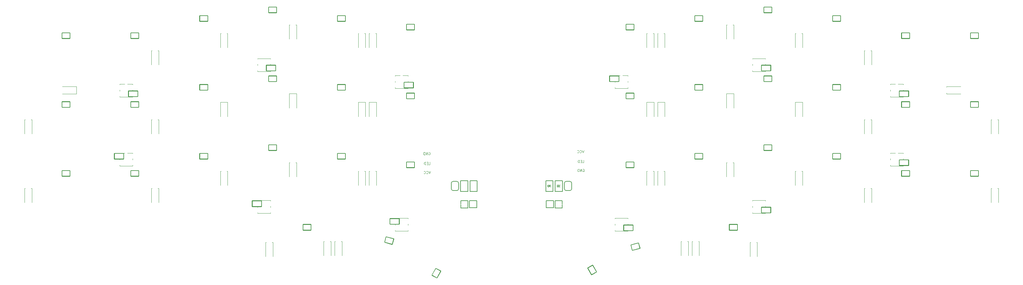
<source format=gbr>
G04 #@! TF.GenerationSoftware,KiCad,Pcbnew,(5.1.5)-3*
G04 #@! TF.CreationDate,2020-07-27T19:09:03+07:00*
G04 #@! TF.ProjectId,corne-classic,636f726e-652d-4636-9c61-737369632e6b,1.1*
G04 #@! TF.SameCoordinates,Original*
G04 #@! TF.FileFunction,Legend,Bot*
G04 #@! TF.FilePolarity,Positive*
%FSLAX46Y46*%
G04 Gerber Fmt 4.6, Leading zero omitted, Abs format (unit mm)*
G04 Created by KiCad (PCBNEW (5.1.5)-3) date 2020-07-27 19:09:03*
%MOMM*%
%LPD*%
G04 APERTURE LIST*
%ADD10C,0.125000*%
%ADD11C,0.300000*%
%ADD12C,0.120000*%
%ADD13C,0.150000*%
%ADD14C,0.200000*%
%ADD15C,2.152600*%
%ADD16C,4.387800*%
%ADD17C,1.600000*%
%ADD18C,2.100000*%
%ADD19C,2.400000*%
%ADD20C,2.150000*%
%ADD21C,2.650000*%
%ADD22C,2.650000*%
%ADD23O,1.450000X60.400000*%
%ADD24O,2.100000X2.100000*%
%ADD25R,1.924000X1.924000*%
%ADD26C,0.100000*%
%ADD27R,2.000000X1.400000*%
%ADD28R,2.400000X1.400000*%
%ADD29R,1.600000X1.300000*%
%ADD30R,1.300000X1.600000*%
%ADD31C,1.797000*%
%ADD32O,1.400000X6.550000*%
%ADD33O,1.400000X6.566000*%
%ADD34O,1.400000X17.400000*%
%ADD35R,2.400000X2.400000*%
%ADD36C,5.400000*%
%ADD37R,1.543000X1.035000*%
%ADD38C,1.000000*%
%ADD39O,2.100000X1.300000*%
%ADD40O,2.400000X1.300000*%
%ADD41C,4.200000*%
G04 APERTURE END LIST*
D10*
X169302733Y-58847666D02*
X169069400Y-59547666D01*
X168836066Y-58847666D01*
X168202733Y-59481000D02*
X168236066Y-59514333D01*
X168336066Y-59547666D01*
X168402733Y-59547666D01*
X168502733Y-59514333D01*
X168569400Y-59447666D01*
X168602733Y-59381000D01*
X168636066Y-59247666D01*
X168636066Y-59147666D01*
X168602733Y-59014333D01*
X168569400Y-58947666D01*
X168502733Y-58881000D01*
X168402733Y-58847666D01*
X168336066Y-58847666D01*
X168236066Y-58881000D01*
X168202733Y-58914333D01*
X167502733Y-59481000D02*
X167536066Y-59514333D01*
X167636066Y-59547666D01*
X167702733Y-59547666D01*
X167802733Y-59514333D01*
X167869400Y-59447666D01*
X167902733Y-59381000D01*
X167936066Y-59247666D01*
X167936066Y-59147666D01*
X167902733Y-59014333D01*
X167869400Y-58947666D01*
X167802733Y-58881000D01*
X167702733Y-58847666D01*
X167636066Y-58847666D01*
X167536066Y-58881000D01*
X167502733Y-58914333D01*
X169002733Y-64081000D02*
X169069400Y-64047666D01*
X169169400Y-64047666D01*
X169269400Y-64081000D01*
X169336066Y-64147666D01*
X169369400Y-64214333D01*
X169402733Y-64347666D01*
X169402733Y-64447666D01*
X169369400Y-64581000D01*
X169336066Y-64647666D01*
X169269400Y-64714333D01*
X169169400Y-64747666D01*
X169102733Y-64747666D01*
X169002733Y-64714333D01*
X168969400Y-64681000D01*
X168969400Y-64447666D01*
X169102733Y-64447666D01*
X168669400Y-64747666D02*
X168669400Y-64047666D01*
X168269400Y-64747666D01*
X168269400Y-64047666D01*
X167936066Y-64747666D02*
X167936066Y-64047666D01*
X167769400Y-64047666D01*
X167669400Y-64081000D01*
X167602733Y-64147666D01*
X167569400Y-64214333D01*
X167536066Y-64347666D01*
X167536066Y-64447666D01*
X167569400Y-64581000D01*
X167602733Y-64647666D01*
X167669400Y-64714333D01*
X167769400Y-64747666D01*
X167936066Y-64747666D01*
X168919400Y-62247666D02*
X169252733Y-62247666D01*
X169252733Y-61547666D01*
X168686066Y-61881000D02*
X168452733Y-61881000D01*
X168352733Y-62247666D02*
X168686066Y-62247666D01*
X168686066Y-61547666D01*
X168352733Y-61547666D01*
X168052733Y-62247666D02*
X168052733Y-61547666D01*
X167886066Y-61547666D01*
X167786066Y-61581000D01*
X167719400Y-61647666D01*
X167686066Y-61714333D01*
X167652733Y-61847666D01*
X167652733Y-61947666D01*
X167686066Y-62081000D01*
X167719400Y-62147666D01*
X167786066Y-62214333D01*
X167886066Y-62247666D01*
X168052733Y-62247666D01*
X126501400Y-62806466D02*
X126834733Y-62806466D01*
X126834733Y-62106466D01*
X126268066Y-62439800D02*
X126034733Y-62439800D01*
X125934733Y-62806466D02*
X126268066Y-62806466D01*
X126268066Y-62106466D01*
X125934733Y-62106466D01*
X125634733Y-62806466D02*
X125634733Y-62106466D01*
X125468066Y-62106466D01*
X125368066Y-62139800D01*
X125301400Y-62206466D01*
X125268066Y-62273133D01*
X125234733Y-62406466D01*
X125234733Y-62506466D01*
X125268066Y-62639800D01*
X125301400Y-62706466D01*
X125368066Y-62773133D01*
X125468066Y-62806466D01*
X125634733Y-62806466D01*
X126984733Y-64606466D02*
X126751400Y-65306466D01*
X126518066Y-64606466D01*
X125884733Y-65239800D02*
X125918066Y-65273133D01*
X126018066Y-65306466D01*
X126084733Y-65306466D01*
X126184733Y-65273133D01*
X126251400Y-65206466D01*
X126284733Y-65139800D01*
X126318066Y-65006466D01*
X126318066Y-64906466D01*
X126284733Y-64773133D01*
X126251400Y-64706466D01*
X126184733Y-64639800D01*
X126084733Y-64606466D01*
X126018066Y-64606466D01*
X125918066Y-64639800D01*
X125884733Y-64673133D01*
X125184733Y-65239800D02*
X125218066Y-65273133D01*
X125318066Y-65306466D01*
X125384733Y-65306466D01*
X125484733Y-65273133D01*
X125551400Y-65206466D01*
X125584733Y-65139800D01*
X125618066Y-65006466D01*
X125618066Y-64906466D01*
X125584733Y-64773133D01*
X125551400Y-64706466D01*
X125484733Y-64639800D01*
X125384733Y-64606466D01*
X125318066Y-64606466D01*
X125218066Y-64639800D01*
X125184733Y-64673133D01*
X126484733Y-59439800D02*
X126551400Y-59406466D01*
X126651400Y-59406466D01*
X126751400Y-59439800D01*
X126818066Y-59506466D01*
X126851400Y-59573133D01*
X126884733Y-59706466D01*
X126884733Y-59806466D01*
X126851400Y-59939800D01*
X126818066Y-60006466D01*
X126751400Y-60073133D01*
X126651400Y-60106466D01*
X126584733Y-60106466D01*
X126484733Y-60073133D01*
X126451400Y-60039800D01*
X126451400Y-59806466D01*
X126584733Y-59806466D01*
X126151400Y-60106466D02*
X126151400Y-59406466D01*
X125751400Y-60106466D01*
X125751400Y-59406466D01*
X125418066Y-60106466D02*
X125418066Y-59406466D01*
X125251400Y-59406466D01*
X125151400Y-59439800D01*
X125084733Y-59506466D01*
X125051400Y-59573133D01*
X125018066Y-59706466D01*
X125018066Y-59806466D01*
X125051400Y-59939800D01*
X125084733Y-60006466D01*
X125151400Y-60073133D01*
X125251400Y-60106466D01*
X125418066Y-60106466D01*
D11*
X172702641Y-92410267D02*
X171446904Y-93135267D01*
X171446904Y-93135267D02*
X170421904Y-91359915D01*
X170421904Y-91359915D02*
X171677641Y-90634915D01*
X171677641Y-90634915D02*
X172702641Y-92410267D01*
X182702985Y-86423031D02*
X182327697Y-85022438D01*
X182327697Y-85022438D02*
X184307845Y-84491859D01*
X184307845Y-84491859D02*
X184683133Y-85892452D01*
X184683133Y-85892452D02*
X182702985Y-86423031D01*
X211532000Y-79389800D02*
X211532000Y-80839800D01*
X211532000Y-80839800D02*
X209482000Y-80839800D01*
X209482000Y-80839800D02*
X209482000Y-79389800D01*
X209482000Y-79389800D02*
X211532000Y-79389800D01*
X183032000Y-62139800D02*
X183032000Y-63589800D01*
X183032000Y-63589800D02*
X180982000Y-63589800D01*
X180982000Y-63589800D02*
X180982000Y-62139800D01*
X180982000Y-62139800D02*
X183032000Y-62139800D01*
X202032000Y-59764800D02*
X202032000Y-61214800D01*
X202032000Y-61214800D02*
X199982000Y-61214800D01*
X199982000Y-61214800D02*
X199982000Y-59764800D01*
X199982000Y-59764800D02*
X202032000Y-59764800D01*
X221032000Y-57389800D02*
X221032000Y-58839800D01*
X221032000Y-58839800D02*
X218982000Y-58839800D01*
X218982000Y-58839800D02*
X218982000Y-57389800D01*
X218982000Y-57389800D02*
X221032000Y-57389800D01*
X240032000Y-59764800D02*
X240032000Y-61214800D01*
X240032000Y-61214800D02*
X237982000Y-61214800D01*
X237982000Y-61214800D02*
X237982000Y-59764800D01*
X237982000Y-59764800D02*
X240032000Y-59764800D01*
X259032000Y-64514800D02*
X259032000Y-65964800D01*
X259032000Y-65964800D02*
X256982000Y-65964800D01*
X256982000Y-65964800D02*
X256982000Y-64514800D01*
X256982000Y-64514800D02*
X259032000Y-64514800D01*
X278032000Y-64514800D02*
X278032000Y-65964800D01*
X278032000Y-65964800D02*
X275982000Y-65964800D01*
X275982000Y-65964800D02*
X275982000Y-64514800D01*
X275982000Y-64514800D02*
X278032000Y-64514800D01*
X183032000Y-43139800D02*
X183032000Y-44589800D01*
X183032000Y-44589800D02*
X180982000Y-44589800D01*
X180982000Y-44589800D02*
X180982000Y-43139800D01*
X180982000Y-43139800D02*
X183032000Y-43139800D01*
X202032000Y-40764800D02*
X202032000Y-42214800D01*
X202032000Y-42214800D02*
X199982000Y-42214800D01*
X199982000Y-42214800D02*
X199982000Y-40764800D01*
X199982000Y-40764800D02*
X202032000Y-40764800D01*
X221032000Y-38389800D02*
X221032000Y-39839800D01*
X221032000Y-39839800D02*
X218982000Y-39839800D01*
X218982000Y-39839800D02*
X218982000Y-38389800D01*
X218982000Y-38389800D02*
X221032000Y-38389800D01*
X240032000Y-40764800D02*
X240032000Y-42214800D01*
X240032000Y-42214800D02*
X237982000Y-42214800D01*
X237982000Y-42214800D02*
X237982000Y-40764800D01*
X237982000Y-40764800D02*
X240032000Y-40764800D01*
X259032000Y-45514800D02*
X259032000Y-46964800D01*
X259032000Y-46964800D02*
X256982000Y-46964800D01*
X256982000Y-46964800D02*
X256982000Y-45514800D01*
X256982000Y-45514800D02*
X259032000Y-45514800D01*
X278032000Y-45514800D02*
X278032000Y-46964800D01*
X278032000Y-46964800D02*
X275982000Y-46964800D01*
X275982000Y-46964800D02*
X275982000Y-45514800D01*
X275982000Y-45514800D02*
X278032000Y-45514800D01*
X183032000Y-24139800D02*
X183032000Y-25589800D01*
X183032000Y-25589800D02*
X180982000Y-25589800D01*
X180982000Y-25589800D02*
X180982000Y-24139800D01*
X180982000Y-24139800D02*
X183032000Y-24139800D01*
X202032000Y-21764800D02*
X202032000Y-23214800D01*
X202032000Y-23214800D02*
X199982000Y-23214800D01*
X199982000Y-23214800D02*
X199982000Y-21764800D01*
X199982000Y-21764800D02*
X202032000Y-21764800D01*
X221032000Y-19389800D02*
X221032000Y-20839800D01*
X221032000Y-20839800D02*
X218982000Y-20839800D01*
X218982000Y-20839800D02*
X218982000Y-19389800D01*
X218982000Y-19389800D02*
X221032000Y-19389800D01*
X240032000Y-21764800D02*
X240032000Y-23214800D01*
X240032000Y-23214800D02*
X237982000Y-23214800D01*
X237982000Y-23214800D02*
X237982000Y-21764800D01*
X237982000Y-21764800D02*
X240032000Y-21764800D01*
X259032000Y-26514800D02*
X259032000Y-27964800D01*
X259032000Y-27964800D02*
X256982000Y-27964800D01*
X256982000Y-27964800D02*
X256982000Y-26514800D01*
X256982000Y-26514800D02*
X259032000Y-26514800D01*
X278032000Y-26514800D02*
X278032000Y-27964800D01*
X278032000Y-27964800D02*
X275982000Y-27964800D01*
X275982000Y-27964800D02*
X275982000Y-26514800D01*
X275982000Y-26514800D02*
X278032000Y-26514800D01*
X128721641Y-94010267D02*
X127465904Y-93285267D01*
X127465904Y-93285267D02*
X128490904Y-91509915D01*
X128490904Y-91509915D02*
X129746641Y-92234915D01*
X129746641Y-92234915D02*
X128721641Y-94010267D01*
X116778236Y-83332068D02*
X116402948Y-84732660D01*
X116402948Y-84732660D02*
X114422800Y-84202081D01*
X114422800Y-84202081D02*
X114798088Y-82801489D01*
X114798088Y-82801489D02*
X116778236Y-83332068D01*
X93981400Y-79389800D02*
X93981400Y-80839800D01*
X93981400Y-80839800D02*
X91931400Y-80839800D01*
X91931400Y-80839800D02*
X91931400Y-79389800D01*
X91931400Y-79389800D02*
X93981400Y-79389800D01*
X122481000Y-62139800D02*
X122481000Y-63589800D01*
X122481000Y-63589800D02*
X120431000Y-63589800D01*
X120431000Y-63589800D02*
X120431000Y-62139800D01*
X120431000Y-62139800D02*
X122481000Y-62139800D01*
X103481000Y-59764800D02*
X103481000Y-61214800D01*
X103481000Y-61214800D02*
X101431000Y-61214800D01*
X101431000Y-61214800D02*
X101431000Y-59764800D01*
X101431000Y-59764800D02*
X103481000Y-59764800D01*
X84481400Y-57389800D02*
X84481400Y-58839800D01*
X84481400Y-58839800D02*
X82431400Y-58839800D01*
X82431400Y-58839800D02*
X82431400Y-57389800D01*
X82431400Y-57389800D02*
X84481400Y-57389800D01*
X65481400Y-59764800D02*
X65481400Y-61214800D01*
X65481400Y-61214800D02*
X63431400Y-61214800D01*
X63431400Y-61214800D02*
X63431400Y-59764800D01*
X63431400Y-59764800D02*
X65481400Y-59764800D01*
X46481400Y-64514800D02*
X46481400Y-65964800D01*
X46481400Y-65964800D02*
X44431400Y-65964800D01*
X44431400Y-65964800D02*
X44431400Y-64514800D01*
X44431400Y-64514800D02*
X46481400Y-64514800D01*
X27481400Y-64514800D02*
X27481400Y-65964800D01*
X27481400Y-65964800D02*
X25431400Y-65964800D01*
X25431400Y-65964800D02*
X25431400Y-64514800D01*
X25431400Y-64514800D02*
X27481400Y-64514800D01*
X122481000Y-43139800D02*
X122481000Y-44589800D01*
X122481000Y-44589800D02*
X120431000Y-44589800D01*
X120431000Y-44589800D02*
X120431000Y-43139800D01*
X120431000Y-43139800D02*
X122481000Y-43139800D01*
X103481000Y-40764800D02*
X103481000Y-42214800D01*
X103481000Y-42214800D02*
X101431000Y-42214800D01*
X101431000Y-42214800D02*
X101431000Y-40764800D01*
X101431000Y-40764800D02*
X103481000Y-40764800D01*
X84481400Y-38389800D02*
X84481400Y-39839800D01*
X84481400Y-39839800D02*
X82431400Y-39839800D01*
X82431400Y-39839800D02*
X82431400Y-38389800D01*
X82431400Y-38389800D02*
X84481400Y-38389800D01*
X65481400Y-40764800D02*
X65481400Y-42214800D01*
X65481400Y-42214800D02*
X63431400Y-42214800D01*
X63431400Y-42214800D02*
X63431400Y-40764800D01*
X63431400Y-40764800D02*
X65481400Y-40764800D01*
X46481400Y-45514800D02*
X46481400Y-46964800D01*
X46481400Y-46964800D02*
X44431400Y-46964800D01*
X44431400Y-46964800D02*
X44431400Y-45514800D01*
X44431400Y-45514800D02*
X46481400Y-45514800D01*
X27481400Y-45514800D02*
X27481400Y-46964800D01*
X27481400Y-46964800D02*
X25431400Y-46964800D01*
X25431400Y-46964800D02*
X25431400Y-45514800D01*
X25431400Y-45514800D02*
X27481400Y-45514800D01*
X122481000Y-24139800D02*
X122481000Y-25589800D01*
X122481000Y-25589800D02*
X120431000Y-25589800D01*
X120431000Y-25589800D02*
X120431000Y-24139800D01*
X120431000Y-24139800D02*
X122481000Y-24139800D01*
X103481000Y-21764800D02*
X103481000Y-23214800D01*
X103481000Y-23214800D02*
X101431000Y-23214800D01*
X101431000Y-23214800D02*
X101431000Y-21764800D01*
X101431000Y-21764800D02*
X103481000Y-21764800D01*
X84481400Y-19389800D02*
X84481400Y-20839800D01*
X84481400Y-20839800D02*
X82431400Y-20839800D01*
X82431400Y-20839800D02*
X82431400Y-19389800D01*
X82431400Y-19389800D02*
X84481400Y-19389800D01*
X65481400Y-21764800D02*
X65481400Y-23214800D01*
X65481400Y-23214800D02*
X63431400Y-23214800D01*
X63431400Y-23214800D02*
X63431400Y-21764800D01*
X63431400Y-21764800D02*
X65481400Y-21764800D01*
X46481400Y-26514800D02*
X46481400Y-27964800D01*
X46481400Y-27964800D02*
X44431400Y-27964800D01*
X44431400Y-27964800D02*
X44431400Y-26514800D01*
X44431400Y-26514800D02*
X46481400Y-26514800D01*
X27481400Y-26514800D02*
X27481400Y-27964800D01*
X27481400Y-27964800D02*
X25431400Y-27964800D01*
X25431400Y-27964800D02*
X25431400Y-26514800D01*
X25431400Y-26514800D02*
X27481400Y-26514800D01*
D12*
X177824000Y-77597000D02*
X181380000Y-77597000D01*
X177824000Y-81153000D02*
X177824000Y-77597000D01*
X181380000Y-81153000D02*
X177824000Y-81153000D01*
X181380000Y-77597000D02*
X181380000Y-81153000D01*
D11*
X182778000Y-79525000D02*
X182778000Y-80975000D01*
X180328000Y-79525000D02*
X182748000Y-79525000D01*
X180328000Y-80975000D02*
X180328000Y-79525000D01*
X182778000Y-80975000D02*
X180328000Y-80975000D01*
D12*
X215824000Y-72694800D02*
X219380000Y-72694800D01*
X215824000Y-76250800D02*
X215824000Y-72694800D01*
X219380000Y-76250800D02*
X215824000Y-76250800D01*
X219380000Y-72694800D02*
X219380000Y-76250800D01*
D11*
X220778000Y-74622800D02*
X220778000Y-76072800D01*
X218328000Y-74622800D02*
X220748000Y-74622800D01*
X218328000Y-76072800D02*
X218328000Y-74622800D01*
X220778000Y-76072800D02*
X218328000Y-76072800D01*
D12*
X253824000Y-59611800D02*
X257380000Y-59611800D01*
X253824000Y-63167800D02*
X253824000Y-59611800D01*
X257380000Y-63167800D02*
X253824000Y-63167800D01*
X257380000Y-59611800D02*
X257380000Y-63167800D01*
D11*
X258778000Y-61539800D02*
X258778000Y-62989800D01*
X256328000Y-61539800D02*
X258748000Y-61539800D01*
X256328000Y-62989800D02*
X256328000Y-61539800D01*
X258778000Y-62989800D02*
X256328000Y-62989800D01*
D12*
X181380000Y-41767800D02*
X177824000Y-41767800D01*
X181380000Y-38211800D02*
X181380000Y-41767800D01*
X177824000Y-38211800D02*
X181380000Y-38211800D01*
X177824000Y-41767800D02*
X177824000Y-38211800D01*
D11*
X176426000Y-39839800D02*
X176426000Y-38389800D01*
X178876000Y-39839800D02*
X176456000Y-39839800D01*
X178876000Y-38389800D02*
X178876000Y-39839800D01*
X176426000Y-38389800D02*
X178876000Y-38389800D01*
D12*
X215824000Y-33511800D02*
X219380000Y-33511800D01*
X215824000Y-37067800D02*
X215824000Y-33511800D01*
X219380000Y-37067800D02*
X215824000Y-37067800D01*
X219380000Y-33511800D02*
X219380000Y-37067800D01*
D11*
X220778000Y-35439800D02*
X220778000Y-36889800D01*
X218328000Y-35439800D02*
X220748000Y-35439800D01*
X218328000Y-36889800D02*
X218328000Y-35439800D01*
X220778000Y-36889800D02*
X218328000Y-36889800D01*
D12*
X253824000Y-40611800D02*
X257380000Y-40611800D01*
X253824000Y-44167800D02*
X253824000Y-40611800D01*
X257380000Y-44167800D02*
X253824000Y-44167800D01*
X257380000Y-40611800D02*
X257380000Y-44167800D01*
D11*
X258778000Y-42539800D02*
X258778000Y-43989800D01*
X256328000Y-42539800D02*
X258748000Y-42539800D01*
X256328000Y-43989800D02*
X256328000Y-42539800D01*
X258778000Y-43989800D02*
X256328000Y-43989800D01*
D12*
X120829000Y-81153000D02*
X117273000Y-81153000D01*
X120829000Y-77597000D02*
X120829000Y-81153000D01*
X117273000Y-77597000D02*
X120829000Y-77597000D01*
X117273000Y-81153000D02*
X117273000Y-77597000D01*
D11*
X115875000Y-79225000D02*
X115875000Y-77775000D01*
X118325000Y-79225000D02*
X115905000Y-79225000D01*
X118325000Y-77775000D02*
X118325000Y-79225000D01*
X115875000Y-77775000D02*
X118325000Y-77775000D01*
D12*
X82829400Y-76250800D02*
X79273400Y-76250800D01*
X82829400Y-72694800D02*
X82829400Y-76250800D01*
X79273400Y-72694800D02*
X82829400Y-72694800D01*
X79273400Y-76250800D02*
X79273400Y-72694800D01*
D11*
X77875400Y-74322800D02*
X77875400Y-72872800D01*
X80325400Y-74322800D02*
X77905400Y-74322800D01*
X80325400Y-72872800D02*
X80325400Y-74322800D01*
X77875400Y-72872800D02*
X80325400Y-72872800D01*
D12*
X44829400Y-63167800D02*
X41273400Y-63167800D01*
X44829400Y-59611800D02*
X44829400Y-63167800D01*
X41273400Y-59611800D02*
X44829400Y-59611800D01*
X41273400Y-63167800D02*
X41273400Y-59611800D01*
D11*
X39875400Y-61239800D02*
X39875400Y-59789800D01*
X42325400Y-61239800D02*
X39905400Y-61239800D01*
X42325400Y-59789800D02*
X42325400Y-61239800D01*
X39875400Y-59789800D02*
X42325400Y-59789800D01*
D12*
X117273000Y-38211800D02*
X120829000Y-38211800D01*
X117273000Y-41767800D02*
X117273000Y-38211800D01*
X120829000Y-41767800D02*
X117273000Y-41767800D01*
X120829000Y-38211800D02*
X120829000Y-41767800D01*
D11*
X122227000Y-40139800D02*
X122227000Y-41589800D01*
X119777000Y-40139800D02*
X122197000Y-40139800D01*
X119777000Y-41589800D02*
X119777000Y-40139800D01*
X122227000Y-41589800D02*
X119777000Y-41589800D01*
D12*
X79273400Y-33511800D02*
X82829400Y-33511800D01*
X79273400Y-37067800D02*
X79273400Y-33511800D01*
X82829400Y-37067800D02*
X79273400Y-37067800D01*
X82829400Y-33511800D02*
X82829400Y-37067800D01*
D11*
X84227400Y-35439800D02*
X84227400Y-36889800D01*
X81777400Y-35439800D02*
X84197400Y-35439800D01*
X81777400Y-36889800D02*
X81777400Y-35439800D01*
X84227400Y-36889800D02*
X81777400Y-36889800D01*
D12*
X41273400Y-40611800D02*
X44829400Y-40611800D01*
X41273400Y-44167800D02*
X41273400Y-40611800D01*
X44829400Y-44167800D02*
X41273400Y-44167800D01*
X44829400Y-40611800D02*
X44829400Y-44167800D01*
D11*
X46227400Y-42539800D02*
X46227400Y-43989800D01*
X43777400Y-42539800D02*
X46197400Y-42539800D01*
X43777400Y-43989800D02*
X43777400Y-42539800D01*
X46227400Y-43989800D02*
X43777400Y-43989800D01*
D12*
X196102000Y-83989800D02*
X196102000Y-87889800D01*
X198102000Y-83989800D02*
X198102000Y-87889800D01*
X196102000Y-83989800D02*
X198102000Y-83989800D01*
X199102000Y-83989800D02*
X199102000Y-87889800D01*
X201102000Y-83989800D02*
X201102000Y-87889800D01*
X199102000Y-83989800D02*
X201102000Y-83989800D01*
X215102000Y-84239800D02*
X215102000Y-88139800D01*
X217102000Y-84239800D02*
X217102000Y-88139800D01*
X215102000Y-84239800D02*
X217102000Y-84239800D01*
X186602000Y-64614800D02*
X186602000Y-68514800D01*
X188602000Y-64614800D02*
X188602000Y-68514800D01*
X186602000Y-64614800D02*
X188602000Y-64614800D01*
X189602000Y-64614800D02*
X189602000Y-68514800D01*
X191602000Y-64614800D02*
X191602000Y-68514800D01*
X189602000Y-64614800D02*
X191602000Y-64614800D01*
X208602000Y-62239800D02*
X208602000Y-66139800D01*
X210602000Y-62239800D02*
X210602000Y-66139800D01*
X208602000Y-62239800D02*
X210602000Y-62239800D01*
X227602000Y-64614800D02*
X227602000Y-68514800D01*
X229602000Y-64614800D02*
X229602000Y-68514800D01*
X227602000Y-64614800D02*
X229602000Y-64614800D01*
X246602000Y-69364800D02*
X246602000Y-73264800D01*
X248602000Y-69364800D02*
X248602000Y-73264800D01*
X246602000Y-69364800D02*
X248602000Y-69364800D01*
X281602000Y-69364800D02*
X281602000Y-73264800D01*
X283602000Y-69364800D02*
X283602000Y-73264800D01*
X281602000Y-69364800D02*
X283602000Y-69364800D01*
X186602000Y-45614800D02*
X186602000Y-49514800D01*
X188602000Y-45614800D02*
X188602000Y-49514800D01*
X186602000Y-45614800D02*
X188602000Y-45614800D01*
X189602000Y-45614800D02*
X189602000Y-49514800D01*
X191602000Y-45614800D02*
X191602000Y-49514800D01*
X189602000Y-45614800D02*
X191602000Y-45614800D01*
X208602000Y-43239800D02*
X208602000Y-47139800D01*
X210602000Y-43239800D02*
X210602000Y-47139800D01*
X208602000Y-43239800D02*
X210602000Y-43239800D01*
X227602000Y-45614800D02*
X227602000Y-49514800D01*
X229602000Y-45614800D02*
X229602000Y-49514800D01*
X227602000Y-45614800D02*
X229602000Y-45614800D01*
X246602000Y-50364800D02*
X246602000Y-54264800D01*
X248602000Y-50364800D02*
X248602000Y-54264800D01*
X246602000Y-50364800D02*
X248602000Y-50364800D01*
X281602000Y-50364800D02*
X281602000Y-54264800D01*
X283602000Y-50364800D02*
X283602000Y-54264800D01*
X281602000Y-50364800D02*
X283602000Y-50364800D01*
X186602000Y-26614800D02*
X186602000Y-30514800D01*
X188602000Y-26614800D02*
X188602000Y-30514800D01*
X186602000Y-26614800D02*
X188602000Y-26614800D01*
X189602000Y-26614800D02*
X189602000Y-30514800D01*
X191602000Y-26614800D02*
X191602000Y-30514800D01*
X189602000Y-26614800D02*
X191602000Y-26614800D01*
X208602000Y-24239800D02*
X208602000Y-28139800D01*
X210602000Y-24239800D02*
X210602000Y-28139800D01*
X208602000Y-24239800D02*
X210602000Y-24239800D01*
X227602000Y-26614800D02*
X227602000Y-30514800D01*
X229602000Y-26614800D02*
X229602000Y-30514800D01*
X227602000Y-26614800D02*
X229602000Y-26614800D01*
X246602000Y-31364800D02*
X246602000Y-35264800D01*
X248602000Y-31364800D02*
X248602000Y-35264800D01*
X246602000Y-31364800D02*
X248602000Y-31364800D01*
X269301000Y-43265600D02*
X273201000Y-43265600D01*
X269301000Y-41265600D02*
X273201000Y-41265600D01*
X269301000Y-43265600D02*
X269301000Y-41265600D01*
X100551000Y-83989800D02*
X100551000Y-87889800D01*
X102551000Y-83989800D02*
X102551000Y-87889800D01*
X100551000Y-83989800D02*
X102551000Y-83989800D01*
X97551400Y-83989800D02*
X97551400Y-87889800D01*
X99551400Y-83989800D02*
X99551400Y-87889800D01*
X97551400Y-83989800D02*
X99551400Y-83989800D01*
X81551400Y-84239800D02*
X81551400Y-88139800D01*
X83551400Y-84239800D02*
X83551400Y-88139800D01*
X81551400Y-84239800D02*
X83551400Y-84239800D01*
X110051000Y-64614800D02*
X110051000Y-68514800D01*
X112051000Y-64614800D02*
X112051000Y-68514800D01*
X110051000Y-64614800D02*
X112051000Y-64614800D01*
X107051000Y-64614800D02*
X107051000Y-68514800D01*
X109051000Y-64614800D02*
X109051000Y-68514800D01*
X107051000Y-64614800D02*
X109051000Y-64614800D01*
X88051400Y-62239800D02*
X88051400Y-66139800D01*
X90051400Y-62239800D02*
X90051400Y-66139800D01*
X88051400Y-62239800D02*
X90051400Y-62239800D01*
X69051400Y-64614800D02*
X69051400Y-68514800D01*
X71051400Y-64614800D02*
X71051400Y-68514800D01*
X69051400Y-64614800D02*
X71051400Y-64614800D01*
X50051400Y-69364800D02*
X50051400Y-73264800D01*
X52051400Y-69364800D02*
X52051400Y-73264800D01*
X50051400Y-69364800D02*
X52051400Y-69364800D01*
X15051400Y-69364800D02*
X15051400Y-73264800D01*
X17051400Y-69364800D02*
X17051400Y-73264800D01*
X15051400Y-69364800D02*
X17051400Y-69364800D01*
X110051000Y-45614800D02*
X110051000Y-49514800D01*
X112051000Y-45614800D02*
X112051000Y-49514800D01*
X110051000Y-45614800D02*
X112051000Y-45614800D01*
X107051000Y-45614800D02*
X107051000Y-49514800D01*
X109051000Y-45614800D02*
X109051000Y-49514800D01*
X107051000Y-45614800D02*
X109051000Y-45614800D01*
X88051400Y-43239800D02*
X88051400Y-47139800D01*
X90051400Y-43239800D02*
X90051400Y-47139800D01*
X88051400Y-43239800D02*
X90051400Y-43239800D01*
X69051400Y-45614800D02*
X69051400Y-49514800D01*
X71051400Y-45614800D02*
X71051400Y-49514800D01*
X69051400Y-45614800D02*
X71051400Y-45614800D01*
X50051400Y-50364800D02*
X50051400Y-54264800D01*
X52051400Y-50364800D02*
X52051400Y-54264800D01*
X50051400Y-50364800D02*
X52051400Y-50364800D01*
X15051400Y-50364800D02*
X15051400Y-54264800D01*
X17051400Y-50364800D02*
X17051400Y-54264800D01*
X15051400Y-50364800D02*
X17051400Y-50364800D01*
X110051000Y-26614800D02*
X110051000Y-30514800D01*
X112051000Y-26614800D02*
X112051000Y-30514800D01*
X110051000Y-26614800D02*
X112051000Y-26614800D01*
X107051000Y-26614800D02*
X107051000Y-30514800D01*
X109051000Y-26614800D02*
X109051000Y-30514800D01*
X107051000Y-26614800D02*
X109051000Y-26614800D01*
X88051400Y-24239800D02*
X88051400Y-28139800D01*
X90051400Y-24239800D02*
X90051400Y-28139800D01*
X88051400Y-24239800D02*
X90051400Y-24239800D01*
X69051400Y-26614800D02*
X69051400Y-30514800D01*
X71051400Y-26614800D02*
X71051400Y-30514800D01*
X69051400Y-26614800D02*
X71051400Y-26614800D01*
X50051400Y-31364800D02*
X50051400Y-35264800D01*
X52051400Y-31364800D02*
X52051400Y-35264800D01*
X50051400Y-31364800D02*
X52051400Y-31364800D01*
X29351800Y-41265600D02*
X25451800Y-41265600D01*
X29351800Y-43265600D02*
X25451800Y-43265600D01*
X29351800Y-41265600D02*
X29351800Y-43265600D01*
D13*
X137861000Y-67206800D02*
X139861000Y-67206800D01*
X137861000Y-70206800D02*
X137861000Y-67206800D01*
X139861000Y-70206800D02*
X137861000Y-70206800D01*
X139861000Y-67206800D02*
X139861000Y-70206800D01*
X135271000Y-67206800D02*
X137271000Y-67206800D01*
X135271000Y-70206800D02*
X135271000Y-67206800D01*
X137271000Y-70206800D02*
X135271000Y-70206800D01*
X137271000Y-67206800D02*
X137271000Y-70206800D01*
X160893000Y-72735800D02*
X160893000Y-74735800D01*
X160893000Y-74735800D02*
X158893000Y-74735800D01*
X158893000Y-74735800D02*
X158893000Y-72735800D01*
X158893000Y-72735800D02*
X160893000Y-72735800D01*
X163332000Y-72761800D02*
X163332000Y-74761800D01*
X163332000Y-74761800D02*
X161332000Y-74761800D01*
X161332000Y-74761800D02*
X161332000Y-72761800D01*
X161332000Y-72761800D02*
X163332000Y-72761800D01*
X137321000Y-72761800D02*
X137321000Y-74761800D01*
X137321000Y-74761800D02*
X135321000Y-74761800D01*
X135321000Y-74761800D02*
X135321000Y-72761800D01*
X135321000Y-72761800D02*
X137321000Y-72761800D01*
X139760000Y-72735800D02*
X139760000Y-74735800D01*
X139760000Y-74735800D02*
X137760000Y-74735800D01*
X137760000Y-74735800D02*
X137760000Y-72735800D01*
X137760000Y-72735800D02*
X139760000Y-72735800D01*
X158792000Y-67206800D02*
X160792000Y-67206800D01*
X158792000Y-70206800D02*
X158792000Y-67206800D01*
X160792000Y-70206800D02*
X158792000Y-70206800D01*
X160792000Y-67206800D02*
X160792000Y-70206800D01*
X161382000Y-67206800D02*
X163382000Y-67206800D01*
X161382000Y-70206800D02*
X161382000Y-67206800D01*
X163382000Y-70206800D02*
X161382000Y-70206800D01*
X163382000Y-67206800D02*
X163382000Y-70206800D01*
X164414000Y-67436800D02*
G75*
G03X163906000Y-67944800I0J-508000D01*
G01*
X163906000Y-69468800D02*
G75*
G03X164414000Y-69976800I508000J0D01*
G01*
X165430000Y-69976800D02*
G75*
G03X165938000Y-69468800I0J508000D01*
G01*
X165938000Y-67944800D02*
G75*
G03X165430000Y-67436800I-508000J0D01*
G01*
X163906000Y-67944800D02*
X163906000Y-69468800D01*
X164414000Y-69976800D02*
X165430000Y-69976800D01*
X165938000Y-69468800D02*
X165938000Y-67944800D01*
X165430000Y-67436800D02*
X164414000Y-67436800D01*
X133223000Y-67436800D02*
G75*
G03X132715000Y-67944800I0J-508000D01*
G01*
X132715000Y-69468800D02*
G75*
G03X133223000Y-69976800I508000J0D01*
G01*
X134239000Y-69976800D02*
G75*
G03X134747000Y-69468800I0J508000D01*
G01*
X134747000Y-67944800D02*
G75*
G03X134239000Y-67436800I-508000J0D01*
G01*
X132715000Y-67944800D02*
X132715000Y-69468800D01*
X133223000Y-69976800D02*
X134239000Y-69976800D01*
X134747000Y-69468800D02*
X134747000Y-67944800D01*
X134239000Y-67436800D02*
X133223000Y-67436800D01*
D14*
X160153904Y-68954419D02*
X159772952Y-68687752D01*
X160153904Y-68497276D02*
X159353904Y-68497276D01*
X159353904Y-68802038D01*
X159392000Y-68878228D01*
X159430095Y-68916323D01*
X159506285Y-68954419D01*
X159620571Y-68954419D01*
X159696761Y-68916323D01*
X159734857Y-68878228D01*
X159772952Y-68802038D01*
X159772952Y-68497276D01*
X162743904Y-68459180D02*
X162362952Y-68725847D01*
X162743904Y-68916323D02*
X161943904Y-68916323D01*
X161943904Y-68611561D01*
X161982000Y-68535371D01*
X162020095Y-68497276D01*
X162096285Y-68459180D01*
X162210571Y-68459180D01*
X162286761Y-68497276D01*
X162324857Y-68535371D01*
X162362952Y-68611561D01*
X162362952Y-68916323D01*
%LPC*%
D15*
X146781000Y-28067000D03*
X131541000Y-48387000D03*
X131541000Y-33147000D03*
X131541000Y-35687000D03*
X131541000Y-38227000D03*
X146781000Y-56007000D03*
X131541000Y-30607000D03*
X131541000Y-28067000D03*
X131541000Y-50927000D03*
X131541000Y-53467000D03*
X131541000Y-56007000D03*
X146781000Y-53467000D03*
X146781000Y-50927000D03*
X146781000Y-48387000D03*
X146781000Y-45847000D03*
X146781000Y-43307000D03*
X146781000Y-40767000D03*
X146781000Y-38227000D03*
X146781000Y-33147000D03*
X146781000Y-35687000D03*
X146781000Y-30607000D03*
X131541000Y-45847000D03*
X131541000Y-43307000D03*
X131541000Y-40767000D03*
X167112000Y-28168600D03*
X151872000Y-48488600D03*
X151872000Y-33248600D03*
X151872000Y-35788600D03*
X151872000Y-38328600D03*
X167112000Y-56108600D03*
X151872000Y-30708600D03*
X151872000Y-28168600D03*
X151872000Y-51028600D03*
X151872000Y-53568600D03*
X151872000Y-56108600D03*
X167112000Y-53568600D03*
X167112000Y-51028600D03*
X167112000Y-48488600D03*
X167112000Y-45948600D03*
X167112000Y-43408600D03*
X167112000Y-40868600D03*
X167112000Y-38328600D03*
X167112000Y-33248600D03*
X167112000Y-35788600D03*
X167112000Y-30708600D03*
X151872000Y-45948600D03*
X151872000Y-43408600D03*
X151872000Y-40868600D03*
D16*
X187102000Y-89239800D03*
D17*
X191057093Y-83831876D03*
D18*
X181789408Y-90663305D03*
X192414592Y-87816295D03*
D19*
X183255883Y-94204413D03*
D20*
X182195097Y-90554601D03*
X192008903Y-87924999D03*
D21*
X190552091Y-92456456D03*
D22*
X191439578Y-90707151D02*
X190552102Y-92456461D01*
D19*
X188629032Y-94938762D03*
D21*
X185963349Y-94804104D03*
D22*
X185851871Y-94233514D02*
X185963799Y-94804016D01*
D16*
X208102000Y-86489800D03*
D17*
X213322000Y-82289800D03*
D18*
X202602000Y-86489800D03*
X213602000Y-86489800D03*
D19*
X203102000Y-90289800D03*
D20*
X203022000Y-86489800D03*
X213182000Y-86489800D03*
D21*
X210602000Y-90489800D03*
D22*
X211912000Y-89029800D02*
X210602010Y-90489808D01*
D19*
X208102000Y-92389800D03*
D21*
X205562000Y-91569800D03*
D22*
X205602000Y-90989800D02*
X205562458Y-91569832D01*
D16*
X179602000Y-69239800D03*
D17*
X184822000Y-65039800D03*
D18*
X174102000Y-69239800D03*
X185102000Y-69239800D03*
D19*
X174602000Y-73039800D03*
D20*
X174522000Y-69239800D03*
X184682000Y-69239800D03*
D21*
X182102000Y-73239800D03*
D22*
X183412000Y-71779800D02*
X182102010Y-73239808D01*
D19*
X179602000Y-75139800D03*
D21*
X177062000Y-74319800D03*
D22*
X177102000Y-73739800D02*
X177062458Y-74319832D01*
D16*
X198602000Y-66864800D03*
D17*
X203822000Y-62664800D03*
D18*
X193102000Y-66864800D03*
X204102000Y-66864800D03*
D19*
X193602000Y-70664800D03*
D20*
X193522000Y-66864800D03*
X203682000Y-66864800D03*
D21*
X201102000Y-70864800D03*
D22*
X202412000Y-69404800D02*
X201102010Y-70864808D01*
D19*
X198602000Y-72764800D03*
D21*
X196062000Y-71944800D03*
D22*
X196102000Y-71364800D02*
X196062458Y-71944832D01*
D16*
X217602000Y-64489800D03*
D17*
X222822000Y-60289800D03*
D18*
X212102000Y-64489800D03*
X223102000Y-64489800D03*
D19*
X212602000Y-68289800D03*
D20*
X212522000Y-64489800D03*
X222682000Y-64489800D03*
D21*
X220102000Y-68489800D03*
D22*
X221412000Y-67029800D02*
X220102010Y-68489808D01*
D19*
X217602000Y-70389800D03*
D21*
X215062000Y-69569800D03*
D22*
X215102000Y-68989800D02*
X215062458Y-69569832D01*
D16*
X236602000Y-66864800D03*
D17*
X241822000Y-62664800D03*
D18*
X231102000Y-66864800D03*
X242102000Y-66864800D03*
D19*
X231602000Y-70664800D03*
D20*
X231522000Y-66864800D03*
X241682000Y-66864800D03*
D21*
X239102000Y-70864800D03*
D22*
X240412000Y-69404800D02*
X239102010Y-70864808D01*
D19*
X236602000Y-72764800D03*
D21*
X234062000Y-71944800D03*
D22*
X234102000Y-71364800D02*
X234062458Y-71944832D01*
D16*
X255602000Y-71614800D03*
D17*
X260822000Y-67414800D03*
D18*
X250102000Y-71614800D03*
X261102000Y-71614800D03*
D19*
X250602000Y-75414800D03*
D20*
X250522000Y-71614800D03*
X260682000Y-71614800D03*
D21*
X258102000Y-75614800D03*
D22*
X259412000Y-74154800D02*
X258102010Y-75614808D01*
D19*
X255602000Y-77514800D03*
D21*
X253062000Y-76694800D03*
D22*
X253102000Y-76114800D02*
X253062458Y-76694832D01*
D16*
X274602000Y-71614800D03*
D17*
X279822000Y-67414800D03*
D18*
X269102000Y-71614800D03*
X280102000Y-71614800D03*
D19*
X269602000Y-75414800D03*
D20*
X269522000Y-71614800D03*
X279682000Y-71614800D03*
D21*
X277102000Y-75614800D03*
D22*
X278412000Y-74154800D02*
X277102010Y-75614808D01*
D19*
X274602000Y-77514800D03*
D21*
X272062000Y-76694800D03*
D22*
X272102000Y-76114800D02*
X272062458Y-76694832D01*
D16*
X179602000Y-50239800D03*
D17*
X184822000Y-46039800D03*
D18*
X174102000Y-50239800D03*
X185102000Y-50239800D03*
D19*
X174602000Y-54039800D03*
D20*
X174522000Y-50239800D03*
X184682000Y-50239800D03*
D21*
X182102000Y-54239800D03*
D22*
X183412000Y-52779800D02*
X182102010Y-54239808D01*
D19*
X179602000Y-56139800D03*
D21*
X177062000Y-55319800D03*
D22*
X177102000Y-54739800D02*
X177062458Y-55319832D01*
D16*
X198602000Y-47864800D03*
D17*
X203822000Y-43664800D03*
D18*
X193102000Y-47864800D03*
X204102000Y-47864800D03*
D19*
X193602000Y-51664800D03*
D20*
X193522000Y-47864800D03*
X203682000Y-47864800D03*
D21*
X201102000Y-51864800D03*
D22*
X202412000Y-50404800D02*
X201102010Y-51864808D01*
D19*
X198602000Y-53764800D03*
D21*
X196062000Y-52944800D03*
D22*
X196102000Y-52364800D02*
X196062458Y-52944832D01*
D16*
X217602000Y-45489800D03*
D17*
X222822000Y-41289800D03*
D18*
X212102000Y-45489800D03*
X223102000Y-45489800D03*
D19*
X212602000Y-49289800D03*
D20*
X212522000Y-45489800D03*
X222682000Y-45489800D03*
D21*
X220102000Y-49489800D03*
D22*
X221412000Y-48029800D02*
X220102010Y-49489808D01*
D19*
X217602000Y-51389800D03*
D21*
X215062000Y-50569800D03*
D22*
X215102000Y-49989800D02*
X215062458Y-50569832D01*
D16*
X236602000Y-47864800D03*
D17*
X241822000Y-43664800D03*
D18*
X231102000Y-47864800D03*
X242102000Y-47864800D03*
D19*
X231602000Y-51664800D03*
D20*
X231522000Y-47864800D03*
X241682000Y-47864800D03*
D21*
X239102000Y-51864800D03*
D22*
X240412000Y-50404800D02*
X239102010Y-51864808D01*
D19*
X236602000Y-53764800D03*
D21*
X234062000Y-52944800D03*
D22*
X234102000Y-52364800D02*
X234062458Y-52944832D01*
D16*
X255602000Y-52614800D03*
D17*
X260822000Y-48414800D03*
D18*
X250102000Y-52614800D03*
X261102000Y-52614800D03*
D19*
X250602000Y-56414800D03*
D20*
X250522000Y-52614800D03*
X260682000Y-52614800D03*
D21*
X258102000Y-56614800D03*
D22*
X259412000Y-55154800D02*
X258102010Y-56614808D01*
D19*
X255602000Y-58514800D03*
D21*
X253062000Y-57694800D03*
D22*
X253102000Y-57114800D02*
X253062458Y-57694832D01*
D16*
X274602000Y-52614800D03*
D17*
X279822000Y-48414800D03*
D18*
X269102000Y-52614800D03*
X280102000Y-52614800D03*
D19*
X269602000Y-56414800D03*
D20*
X269522000Y-52614800D03*
X279682000Y-52614800D03*
D21*
X277102000Y-56614800D03*
D22*
X278412000Y-55154800D02*
X277102010Y-56614808D01*
D19*
X274602000Y-58514800D03*
D21*
X272062000Y-57694800D03*
D22*
X272102000Y-57114800D02*
X272062458Y-57694832D01*
D16*
X179602000Y-31239800D03*
D17*
X184822000Y-27039800D03*
D18*
X174102000Y-31239800D03*
X185102000Y-31239800D03*
D19*
X174602000Y-35039800D03*
D20*
X174522000Y-31239800D03*
X184682000Y-31239800D03*
D21*
X182102000Y-35239800D03*
D22*
X183412000Y-33779800D02*
X182102010Y-35239808D01*
D19*
X179602000Y-37139800D03*
D21*
X177062000Y-36319800D03*
D22*
X177102000Y-35739800D02*
X177062458Y-36319832D01*
D16*
X198602000Y-28864800D03*
D17*
X203822000Y-24664800D03*
D18*
X193102000Y-28864800D03*
X204102000Y-28864800D03*
D19*
X193602000Y-32664800D03*
D20*
X193522000Y-28864800D03*
X203682000Y-28864800D03*
D21*
X201102000Y-32864800D03*
D22*
X202412000Y-31404800D02*
X201102010Y-32864808D01*
D19*
X198602000Y-34764800D03*
D21*
X196062000Y-33944800D03*
D22*
X196102000Y-33364800D02*
X196062458Y-33944832D01*
D16*
X217602000Y-26489800D03*
D17*
X222822000Y-22289800D03*
D18*
X212102000Y-26489800D03*
X223102000Y-26489800D03*
D19*
X212602000Y-30289800D03*
D20*
X212522000Y-26489800D03*
X222682000Y-26489800D03*
D21*
X220102000Y-30489800D03*
D22*
X221412000Y-29029800D02*
X220102010Y-30489808D01*
D19*
X217602000Y-32389800D03*
D21*
X215062000Y-31569800D03*
D22*
X215102000Y-30989800D02*
X215062458Y-31569832D01*
D16*
X236602000Y-28864800D03*
D17*
X241822000Y-24664800D03*
D18*
X231102000Y-28864800D03*
X242102000Y-28864800D03*
D19*
X231602000Y-32664800D03*
D20*
X231522000Y-28864800D03*
X241682000Y-28864800D03*
D21*
X239102000Y-32864800D03*
D22*
X240412000Y-31404800D02*
X239102010Y-32864808D01*
D19*
X236602000Y-34764800D03*
D21*
X234062000Y-33944800D03*
D22*
X234102000Y-33364800D02*
X234062458Y-33944832D01*
D16*
X255602000Y-33614800D03*
D17*
X260822000Y-29414800D03*
D18*
X250102000Y-33614800D03*
X261102000Y-33614800D03*
D19*
X250602000Y-37414800D03*
D20*
X250522000Y-33614800D03*
X260682000Y-33614800D03*
D21*
X258102000Y-37614800D03*
D22*
X259412000Y-36154800D02*
X258102010Y-37614808D01*
D19*
X255602000Y-39514800D03*
D21*
X253062000Y-38694800D03*
D22*
X253102000Y-38114800D02*
X253062458Y-38694832D01*
D16*
X274602000Y-33614800D03*
D17*
X279822000Y-29414800D03*
D18*
X269102000Y-33614800D03*
X280102000Y-33614800D03*
D19*
X269602000Y-37414800D03*
D20*
X269522000Y-33614800D03*
X279682000Y-33614800D03*
D21*
X277102000Y-37614800D03*
D22*
X278412000Y-36154800D02*
X277102010Y-37614808D01*
D19*
X274602000Y-39514800D03*
D21*
X272062000Y-38694800D03*
D22*
X272102000Y-38114800D02*
X272062458Y-38694832D01*
D16*
X111551000Y-89239800D03*
D17*
X117680173Y-86533947D03*
D18*
X106238408Y-87816295D03*
X116863592Y-90663305D03*
D19*
X105737858Y-91616223D03*
D20*
X106644097Y-87924999D03*
X116457903Y-90554601D03*
D21*
X112930538Y-93750551D03*
D22*
X114573777Y-92679352D02*
X112930545Y-93750562D01*
D19*
X110023968Y-94938762D03*
D21*
X107782748Y-93489303D03*
D22*
X107971500Y-92939419D02*
X107783182Y-93489453D01*
D16*
X90551400Y-86489800D03*
D17*
X95771400Y-82289800D03*
D18*
X85051400Y-86489800D03*
X96051400Y-86489800D03*
D19*
X85551400Y-90289800D03*
D20*
X85471400Y-86489800D03*
X95631400Y-86489800D03*
D21*
X93051400Y-90489800D03*
D22*
X94361400Y-89029800D02*
X93051410Y-90489808D01*
D19*
X90551400Y-92389800D03*
D21*
X88011400Y-91569800D03*
D22*
X88051400Y-90989800D02*
X88011858Y-91569832D01*
D16*
X119051000Y-69239800D03*
D17*
X124271000Y-65039800D03*
D18*
X113551000Y-69239800D03*
X124551000Y-69239800D03*
D19*
X114051000Y-73039800D03*
D20*
X113971000Y-69239800D03*
X124131000Y-69239800D03*
D21*
X121551000Y-73239800D03*
D22*
X122861000Y-71779800D02*
X121551010Y-73239808D01*
D19*
X119051000Y-75139800D03*
D21*
X116511000Y-74319800D03*
D22*
X116551000Y-73739800D02*
X116511458Y-74319832D01*
D16*
X100051000Y-66864800D03*
D17*
X105271000Y-62664800D03*
D18*
X94551000Y-66864800D03*
X105551000Y-66864800D03*
D19*
X95051000Y-70664800D03*
D20*
X94971000Y-66864800D03*
X105131000Y-66864800D03*
D21*
X102551000Y-70864800D03*
D22*
X103861000Y-69404800D02*
X102551010Y-70864808D01*
D19*
X100051000Y-72764800D03*
D21*
X97511000Y-71944800D03*
D22*
X97551000Y-71364800D02*
X97511458Y-71944832D01*
D16*
X81051400Y-64489800D03*
D17*
X86271400Y-60289800D03*
D18*
X75551400Y-64489800D03*
X86551400Y-64489800D03*
D19*
X76051400Y-68289800D03*
D20*
X75971400Y-64489800D03*
X86131400Y-64489800D03*
D21*
X83551400Y-68489800D03*
D22*
X84861400Y-67029800D02*
X83551410Y-68489808D01*
D19*
X81051400Y-70389800D03*
D21*
X78511400Y-69569800D03*
D22*
X78551400Y-68989800D02*
X78511858Y-69569832D01*
D16*
X62051400Y-66864800D03*
D17*
X67271400Y-62664800D03*
D18*
X56551400Y-66864800D03*
X67551400Y-66864800D03*
D19*
X57051400Y-70664800D03*
D20*
X56971400Y-66864800D03*
X67131400Y-66864800D03*
D21*
X64551400Y-70864800D03*
D22*
X65861400Y-69404800D02*
X64551410Y-70864808D01*
D19*
X62051400Y-72764800D03*
D21*
X59511400Y-71944800D03*
D22*
X59551400Y-71364800D02*
X59511858Y-71944832D01*
D16*
X43051400Y-71614800D03*
D17*
X48271400Y-67414800D03*
D18*
X37551400Y-71614800D03*
X48551400Y-71614800D03*
D19*
X38051400Y-75414800D03*
D20*
X37971400Y-71614800D03*
X48131400Y-71614800D03*
D21*
X45551400Y-75614800D03*
D22*
X46861400Y-74154800D02*
X45551410Y-75614808D01*
D19*
X43051400Y-77514800D03*
D21*
X40511400Y-76694800D03*
D22*
X40551400Y-76114800D02*
X40511858Y-76694832D01*
D16*
X24051400Y-71614800D03*
D17*
X29271400Y-67414800D03*
D18*
X18551400Y-71614800D03*
X29551400Y-71614800D03*
D19*
X19051400Y-75414800D03*
D20*
X18971400Y-71614800D03*
X29131400Y-71614800D03*
D21*
X26551400Y-75614800D03*
D22*
X27861400Y-74154800D02*
X26551410Y-75614808D01*
D19*
X24051400Y-77514800D03*
D21*
X21511400Y-76694800D03*
D22*
X21551400Y-76114800D02*
X21511858Y-76694832D01*
D16*
X119051000Y-50239800D03*
D17*
X124271000Y-46039800D03*
D18*
X113551000Y-50239800D03*
X124551000Y-50239800D03*
D19*
X114051000Y-54039800D03*
D20*
X113971000Y-50239800D03*
X124131000Y-50239800D03*
D21*
X121551000Y-54239800D03*
D22*
X122861000Y-52779800D02*
X121551010Y-54239808D01*
D19*
X119051000Y-56139800D03*
D21*
X116511000Y-55319800D03*
D22*
X116551000Y-54739800D02*
X116511458Y-55319832D01*
D16*
X100051000Y-47864800D03*
D17*
X105271000Y-43664800D03*
D18*
X94551000Y-47864800D03*
X105551000Y-47864800D03*
D19*
X95051000Y-51664800D03*
D20*
X94971000Y-47864800D03*
X105131000Y-47864800D03*
D21*
X102551000Y-51864800D03*
D22*
X103861000Y-50404800D02*
X102551010Y-51864808D01*
D19*
X100051000Y-53764800D03*
D21*
X97511000Y-52944800D03*
D22*
X97551000Y-52364800D02*
X97511458Y-52944832D01*
D16*
X81051400Y-45489800D03*
D17*
X86271400Y-41289800D03*
D18*
X75551400Y-45489800D03*
X86551400Y-45489800D03*
D19*
X76051400Y-49289800D03*
D20*
X75971400Y-45489800D03*
X86131400Y-45489800D03*
D21*
X83551400Y-49489800D03*
D22*
X84861400Y-48029800D02*
X83551410Y-49489808D01*
D19*
X81051400Y-51389800D03*
D21*
X78511400Y-50569800D03*
D22*
X78551400Y-49989800D02*
X78511858Y-50569832D01*
D16*
X62051400Y-47864800D03*
D17*
X67271400Y-43664800D03*
D18*
X56551400Y-47864800D03*
X67551400Y-47864800D03*
D19*
X57051400Y-51664800D03*
D20*
X56971400Y-47864800D03*
X67131400Y-47864800D03*
D21*
X64551400Y-51864800D03*
D22*
X65861400Y-50404800D02*
X64551410Y-51864808D01*
D19*
X62051400Y-53764800D03*
D21*
X59511400Y-52944800D03*
D22*
X59551400Y-52364800D02*
X59511858Y-52944832D01*
D16*
X43051400Y-52614800D03*
D17*
X48271400Y-48414800D03*
D18*
X37551400Y-52614800D03*
X48551400Y-52614800D03*
D19*
X38051400Y-56414800D03*
D20*
X37971400Y-52614800D03*
X48131400Y-52614800D03*
D21*
X45551400Y-56614800D03*
D22*
X46861400Y-55154800D02*
X45551410Y-56614808D01*
D19*
X43051400Y-58514800D03*
D21*
X40511400Y-57694800D03*
D22*
X40551400Y-57114800D02*
X40511858Y-57694832D01*
D16*
X24051400Y-52614800D03*
D17*
X29271400Y-48414800D03*
D18*
X18551400Y-52614800D03*
X29551400Y-52614800D03*
D19*
X19051400Y-56414800D03*
D20*
X18971400Y-52614800D03*
X29131400Y-52614800D03*
D21*
X26551400Y-56614800D03*
D22*
X27861400Y-55154800D02*
X26551410Y-56614808D01*
D19*
X24051400Y-58514800D03*
D21*
X21511400Y-57694800D03*
D22*
X21551400Y-57114800D02*
X21511858Y-57694832D01*
D16*
X119051000Y-31239800D03*
D17*
X124271000Y-27039800D03*
D18*
X113551000Y-31239800D03*
X124551000Y-31239800D03*
D19*
X114051000Y-35039800D03*
D20*
X113971000Y-31239800D03*
X124131000Y-31239800D03*
D21*
X121551000Y-35239800D03*
D22*
X122861000Y-33779800D02*
X121551010Y-35239808D01*
D19*
X119051000Y-37139800D03*
D21*
X116511000Y-36319800D03*
D22*
X116551000Y-35739800D02*
X116511458Y-36319832D01*
D16*
X100051000Y-28864800D03*
D17*
X105271000Y-24664800D03*
D18*
X94551000Y-28864800D03*
X105551000Y-28864800D03*
D19*
X95051000Y-32664800D03*
D20*
X94971000Y-28864800D03*
X105131000Y-28864800D03*
D21*
X102551000Y-32864800D03*
D22*
X103861000Y-31404800D02*
X102551010Y-32864808D01*
D19*
X100051000Y-34764800D03*
D21*
X97511000Y-33944800D03*
D22*
X97551000Y-33364800D02*
X97511458Y-33944832D01*
D16*
X81051400Y-26489800D03*
D17*
X86271400Y-22289800D03*
D18*
X75551400Y-26489800D03*
X86551400Y-26489800D03*
D19*
X76051400Y-30289800D03*
D20*
X75971400Y-26489800D03*
X86131400Y-26489800D03*
D21*
X83551400Y-30489800D03*
D22*
X84861400Y-29029800D02*
X83551410Y-30489808D01*
D19*
X81051400Y-32389800D03*
D21*
X78511400Y-31569800D03*
D22*
X78551400Y-30989800D02*
X78511858Y-31569832D01*
D16*
X62051400Y-28864800D03*
D17*
X67271400Y-24664800D03*
D18*
X56551400Y-28864800D03*
X67551400Y-28864800D03*
D19*
X57051400Y-32664800D03*
D20*
X56971400Y-28864800D03*
X67131400Y-28864800D03*
D21*
X64551400Y-32864800D03*
D22*
X65861400Y-31404800D02*
X64551410Y-32864808D01*
D19*
X62051400Y-34764800D03*
D21*
X59511400Y-33944800D03*
D22*
X59551400Y-33364800D02*
X59511858Y-33944832D01*
D16*
X43051400Y-33614800D03*
D17*
X48271400Y-29414800D03*
D18*
X37551400Y-33614800D03*
X48551400Y-33614800D03*
D19*
X38051400Y-37414800D03*
D20*
X37971400Y-33614800D03*
X48131400Y-33614800D03*
D21*
X45551400Y-37614800D03*
D22*
X46861400Y-36154800D02*
X45551410Y-37614808D01*
D19*
X43051400Y-39514800D03*
D21*
X40511400Y-38694800D03*
D22*
X40551400Y-38114800D02*
X40511858Y-38694832D01*
D16*
X24051400Y-33614800D03*
D17*
X29271400Y-29414800D03*
D18*
X18551400Y-33614800D03*
X29551400Y-33614800D03*
D19*
X19051400Y-37414800D03*
D20*
X18971400Y-33614800D03*
X29131400Y-33614800D03*
D21*
X26551400Y-37614800D03*
D22*
X27861400Y-36154800D02*
X26551410Y-37614808D01*
D19*
X24051400Y-39514800D03*
D21*
X21511400Y-38694800D03*
D22*
X21551400Y-38114800D02*
X21511858Y-38694832D01*
D23*
X149327000Y-53864800D03*
D20*
X161550000Y-88590391D03*
D17*
X170337307Y-95410453D03*
D18*
X161340000Y-88226660D03*
X166840000Y-97752940D03*
D19*
X158299103Y-90559673D03*
D20*
X166630000Y-97389209D03*
D21*
X161875898Y-97154864D03*
D22*
X158942886Y-93074736D02*
X158420792Y-93330506D01*
D16*
X164090000Y-92989800D03*
D22*
X163795295Y-97559357D02*
X161875895Y-97154875D01*
D19*
X158980450Y-95939800D03*
D21*
X158420591Y-93330095D03*
D20*
X131261000Y-97389209D03*
D17*
X132773693Y-86369147D03*
D18*
X131051000Y-97752940D03*
X136551000Y-88226660D03*
D19*
X134591897Y-99219927D03*
D20*
X136341000Y-88590391D03*
D21*
X138515102Y-92824736D03*
D22*
X136448114Y-97404864D02*
X136930664Y-97729124D01*
D16*
X133801000Y-92989800D03*
D22*
X137905705Y-90960243D02*
X138515115Y-92824733D01*
D19*
X138910550Y-95939800D03*
D21*
X136930409Y-97729505D03*
D24*
X135351000Y-60528200D03*
X140431000Y-60528200D03*
X137891000Y-60528200D03*
X142971000Y-60528200D03*
X155682000Y-60528200D03*
X160762000Y-60528200D03*
X158222000Y-60528200D03*
X163302000Y-60528200D03*
D25*
X128051000Y-64389800D03*
X128051000Y-59309800D03*
X128051000Y-61849800D03*
X170602000Y-64389800D03*
X170602000Y-59309800D03*
X170602000Y-61849800D03*
D26*
G36*
X166538010Y-88082814D02*
G01*
X167750446Y-87382814D01*
X168750446Y-89114864D01*
X167538010Y-89814864D01*
X166538010Y-88082814D01*
G37*
G36*
X168053554Y-87207814D02*
G01*
X169265990Y-86507814D01*
X170265990Y-88239864D01*
X169053554Y-88939864D01*
X168053554Y-87207814D01*
G37*
G36*
X170453554Y-91364736D02*
G01*
X171665990Y-90664736D01*
X172665990Y-92396786D01*
X171453554Y-93096786D01*
X170453554Y-91364736D01*
G37*
G36*
X168938010Y-92239736D02*
G01*
X170150446Y-91539736D01*
X171150446Y-93271786D01*
X169938010Y-93971786D01*
X168938010Y-92239736D01*
G37*
G36*
X188478507Y-81588482D02*
G01*
X188840854Y-82940778D01*
X186909003Y-83458416D01*
X186546656Y-82106120D01*
X188478507Y-81588482D01*
G37*
G36*
X188931441Y-83278852D02*
G01*
X189293788Y-84631148D01*
X187361937Y-85148786D01*
X186999590Y-83796490D01*
X188931441Y-83278852D01*
G37*
G36*
X184294997Y-84521184D02*
G01*
X184657344Y-85873480D01*
X182725493Y-86391118D01*
X182363146Y-85038822D01*
X184294997Y-84521184D01*
G37*
G36*
X183842063Y-82830814D02*
G01*
X184204410Y-84183110D01*
X182272559Y-84700748D01*
X181910212Y-83348452D01*
X183842063Y-82830814D01*
G37*
D27*
X205702000Y-81864800D03*
X205702000Y-80114800D03*
X210502000Y-80114800D03*
X210502000Y-81864800D03*
X177202000Y-64614800D03*
X177202000Y-62864800D03*
X182002000Y-62864800D03*
X182002000Y-64614800D03*
X196202000Y-62239800D03*
X196202000Y-60489800D03*
X201002000Y-60489800D03*
X201002000Y-62239800D03*
X215202000Y-59864800D03*
X215202000Y-58114800D03*
X220002000Y-58114800D03*
X220002000Y-59864800D03*
X234202000Y-62239800D03*
X234202000Y-60489800D03*
X239002000Y-60489800D03*
X239002000Y-62239800D03*
X253202000Y-66989800D03*
X253202000Y-65239800D03*
X258002000Y-65239800D03*
X258002000Y-66989800D03*
X272202000Y-66989800D03*
X272202000Y-65239800D03*
X277002000Y-65239800D03*
X277002000Y-66989800D03*
X177202000Y-45614800D03*
X177202000Y-43864800D03*
X182002000Y-43864800D03*
X182002000Y-45614800D03*
X196202000Y-43239800D03*
X196202000Y-41489800D03*
X201002000Y-41489800D03*
X201002000Y-43239800D03*
X215202000Y-40864800D03*
X215202000Y-39114800D03*
X220002000Y-39114800D03*
X220002000Y-40864800D03*
X234202000Y-43239800D03*
X234202000Y-41489800D03*
X239002000Y-41489800D03*
X239002000Y-43239800D03*
X253202000Y-47989800D03*
X253202000Y-46239800D03*
X258002000Y-46239800D03*
X258002000Y-47989800D03*
X272202000Y-47989800D03*
X272202000Y-46239800D03*
X277002000Y-46239800D03*
X277002000Y-47989800D03*
X177202000Y-26614800D03*
X177202000Y-24864800D03*
X182002000Y-24864800D03*
X182002000Y-26614800D03*
X196202000Y-24239800D03*
X196202000Y-22489800D03*
X201002000Y-22489800D03*
X201002000Y-24239800D03*
X215202000Y-21864800D03*
X215202000Y-20114800D03*
X220002000Y-20114800D03*
X220002000Y-21864800D03*
X234202000Y-24239800D03*
X234202000Y-22489800D03*
X239002000Y-22489800D03*
X239002000Y-24239800D03*
X253202000Y-28989800D03*
X253202000Y-27239800D03*
X258002000Y-27239800D03*
X258002000Y-28989800D03*
X272202000Y-28989800D03*
X272202000Y-27239800D03*
X277002000Y-27239800D03*
X277002000Y-28989800D03*
D26*
G36*
X129387010Y-86507814D02*
G01*
X130599446Y-87207814D01*
X129599446Y-88939864D01*
X128387010Y-88239864D01*
X129387010Y-86507814D01*
G37*
G36*
X130902554Y-87382814D02*
G01*
X132114990Y-88082814D01*
X131114990Y-89814864D01*
X129902554Y-89114864D01*
X130902554Y-87382814D01*
G37*
G36*
X128502554Y-91539736D02*
G01*
X129714990Y-92239736D01*
X128714990Y-93971786D01*
X127502554Y-93271786D01*
X128502554Y-91539736D01*
G37*
G36*
X126987010Y-90664736D02*
G01*
X128199446Y-91364736D01*
X127199446Y-93096786D01*
X125987010Y-92396786D01*
X126987010Y-90664736D01*
G37*
G36*
X109359212Y-84631148D02*
G01*
X109721559Y-83278852D01*
X111653410Y-83796490D01*
X111291063Y-85148786D01*
X109359212Y-84631148D01*
G37*
G36*
X109812146Y-82940778D02*
G01*
X110174493Y-81588482D01*
X112106344Y-82106120D01*
X111743997Y-83458416D01*
X109812146Y-82940778D01*
G37*
G36*
X114448590Y-84183110D02*
G01*
X114810937Y-82830814D01*
X116742788Y-83348452D01*
X116380441Y-84700748D01*
X114448590Y-84183110D01*
G37*
G36*
X113995656Y-85873480D02*
G01*
X114358003Y-84521184D01*
X116289854Y-85038822D01*
X115927507Y-86391118D01*
X113995656Y-85873480D01*
G37*
D27*
X88151400Y-81864800D03*
X88151400Y-80114800D03*
X92951400Y-80114800D03*
X92951400Y-81864800D03*
X116651000Y-64614800D03*
X116651000Y-62864800D03*
X121451000Y-62864800D03*
X121451000Y-64614800D03*
X97651000Y-62239800D03*
X97651000Y-60489800D03*
X102451000Y-60489800D03*
X102451000Y-62239800D03*
X78651400Y-59864800D03*
X78651400Y-58114800D03*
X83451400Y-58114800D03*
X83451400Y-59864800D03*
X59651400Y-62239800D03*
X59651400Y-60489800D03*
X64451400Y-60489800D03*
X64451400Y-62239800D03*
X40651400Y-66989800D03*
X40651400Y-65239800D03*
X45451400Y-65239800D03*
X45451400Y-66989800D03*
X21651400Y-66989800D03*
X21651400Y-65239800D03*
X26451400Y-65239800D03*
X26451400Y-66989800D03*
X116651000Y-45614800D03*
X116651000Y-43864800D03*
X121451000Y-43864800D03*
X121451000Y-45614800D03*
X97651000Y-43239800D03*
X97651000Y-41489800D03*
X102451000Y-41489800D03*
X102451000Y-43239800D03*
X78651400Y-40864800D03*
X78651400Y-39114800D03*
X83451400Y-39114800D03*
X83451400Y-40864800D03*
X59651400Y-43239800D03*
X59651400Y-41489800D03*
X64451400Y-41489800D03*
X64451400Y-43239800D03*
X40651400Y-47989800D03*
X40651400Y-46239800D03*
X45451400Y-46239800D03*
X45451400Y-47989800D03*
X21651400Y-47989800D03*
X21651400Y-46239800D03*
X26451400Y-46239800D03*
X26451400Y-47989800D03*
X116651000Y-26614800D03*
X116651000Y-24864800D03*
X121451000Y-24864800D03*
X121451000Y-26614800D03*
X97651000Y-24239800D03*
X97651000Y-22489800D03*
X102451000Y-22489800D03*
X102451000Y-24239800D03*
X78651400Y-21864800D03*
X78651400Y-20114800D03*
X83451400Y-20114800D03*
X83451400Y-21864800D03*
X59651400Y-24239800D03*
X59651400Y-22489800D03*
X64451400Y-22489800D03*
X64451400Y-24239800D03*
X40651400Y-28989800D03*
X40651400Y-27239800D03*
X45451400Y-27239800D03*
X45451400Y-28989800D03*
X21651400Y-28989800D03*
X21651400Y-27239800D03*
X26451400Y-27239800D03*
X26451400Y-28989800D03*
D28*
X181548000Y-78500000D03*
X181548000Y-80250000D03*
X177656000Y-80250000D03*
X177656000Y-78500000D03*
X219548000Y-73597800D03*
X219548000Y-75347800D03*
X215656000Y-75347800D03*
X215656000Y-73597800D03*
X257548000Y-60514800D03*
X257548000Y-62264800D03*
X253656000Y-62264800D03*
X253656000Y-60514800D03*
X177656000Y-40864800D03*
X177656000Y-39114800D03*
X181548000Y-39114800D03*
X181548000Y-40864800D03*
X219548000Y-34414800D03*
X219548000Y-36164800D03*
X215656000Y-36164800D03*
X215656000Y-34414800D03*
X257548000Y-41514800D03*
X257548000Y-43264800D03*
X253656000Y-43264800D03*
X253656000Y-41514800D03*
X117105000Y-80250000D03*
X117105000Y-78500000D03*
X120997000Y-78500000D03*
X120997000Y-80250000D03*
X79105400Y-75347800D03*
X79105400Y-73597800D03*
X82997400Y-73597800D03*
X82997400Y-75347800D03*
X41105400Y-62264800D03*
X41105400Y-60514800D03*
X44997400Y-60514800D03*
X44997400Y-62264800D03*
X120997000Y-39114800D03*
X120997000Y-40864800D03*
X117105000Y-40864800D03*
X117105000Y-39114800D03*
X82997400Y-34414800D03*
X82997400Y-36164800D03*
X79105400Y-36164800D03*
X79105400Y-34414800D03*
X44997400Y-41514800D03*
X44997400Y-43264800D03*
X41105400Y-43264800D03*
X41105400Y-41514800D03*
D29*
X197102000Y-87889800D03*
X197102000Y-84589800D03*
X200102000Y-87889800D03*
X200102000Y-84589800D03*
X216102000Y-88139800D03*
X216102000Y-84839800D03*
X187602000Y-68514800D03*
X187602000Y-65214800D03*
X190602000Y-68514800D03*
X190602000Y-65214800D03*
X209602000Y-66139800D03*
X209602000Y-62839800D03*
X228602000Y-68514800D03*
X228602000Y-65214800D03*
X247602000Y-73264800D03*
X247602000Y-69964800D03*
X282602000Y-73264800D03*
X282602000Y-69964800D03*
X187602000Y-49514800D03*
X187602000Y-46214800D03*
X190602000Y-49514800D03*
X190602000Y-46214800D03*
X209602000Y-47139800D03*
X209602000Y-43839800D03*
X228602000Y-49514800D03*
X228602000Y-46214800D03*
X247602000Y-54264800D03*
X247602000Y-50964800D03*
X282602000Y-54264800D03*
X282602000Y-50964800D03*
X187602000Y-30514800D03*
X187602000Y-27214800D03*
X190602000Y-30514800D03*
X190602000Y-27214800D03*
X209602000Y-28139800D03*
X209602000Y-24839800D03*
X228602000Y-30514800D03*
X228602000Y-27214800D03*
X247602000Y-35264800D03*
X247602000Y-31964800D03*
D30*
X273201000Y-42265600D03*
X269901000Y-42265600D03*
D29*
X101551000Y-87889800D03*
X101551000Y-84589800D03*
X98551400Y-87889800D03*
X98551400Y-84589800D03*
X82551400Y-88139800D03*
X82551400Y-84839800D03*
X111051000Y-68514800D03*
X111051000Y-65214800D03*
X108051000Y-68514800D03*
X108051000Y-65214800D03*
X89051400Y-66139800D03*
X89051400Y-62839800D03*
X70051400Y-68514800D03*
X70051400Y-65214800D03*
X51051400Y-73264800D03*
X51051400Y-69964800D03*
X16051400Y-73264800D03*
X16051400Y-69964800D03*
X111051000Y-49514800D03*
X111051000Y-46214800D03*
X108051000Y-49514800D03*
X108051000Y-46214800D03*
X89051400Y-47139800D03*
X89051400Y-43839800D03*
X70051400Y-49514800D03*
X70051400Y-46214800D03*
X51051400Y-54264800D03*
X51051400Y-50964800D03*
X16051400Y-54264800D03*
X16051400Y-50964800D03*
X111051000Y-30514800D03*
X111051000Y-27214800D03*
X108051000Y-30514800D03*
X108051000Y-27214800D03*
X89051400Y-28139800D03*
X89051400Y-24839800D03*
X70051400Y-30514800D03*
X70051400Y-27214800D03*
X51051400Y-35264800D03*
X51051400Y-31964800D03*
D30*
X25451800Y-42265600D03*
X28751800Y-42265600D03*
D31*
X138861000Y-71246800D03*
X138861000Y-66166800D03*
X136271000Y-71246800D03*
X136271000Y-66166800D03*
X159893000Y-73735800D03*
X162332000Y-73761800D03*
X136321000Y-73761800D03*
X138760000Y-73735800D03*
D32*
X265102000Y-29692600D03*
D33*
X265102000Y-75572800D03*
D34*
X265102000Y-61989800D03*
X265102000Y-42989800D03*
D31*
X159792000Y-71246800D03*
X159792000Y-66166800D03*
X162382000Y-71246800D03*
X162382000Y-66166800D03*
D16*
X274602000Y-33614800D03*
D19*
X267602000Y-31114800D03*
X282102000Y-31114800D03*
X267602000Y-36114800D03*
D35*
X282102000Y-36114800D03*
D19*
X282102000Y-33614800D03*
D36*
X189102000Y-39489800D03*
D37*
X164922000Y-68206420D03*
X164922000Y-69207180D03*
D38*
X154942000Y-67721800D03*
X154942000Y-73501800D03*
D39*
X151252000Y-74931800D03*
X151252000Y-66291800D03*
D40*
X155422000Y-74931800D03*
X155422000Y-66291800D03*
D36*
X221852000Y-79239800D03*
X175352000Y-86989800D03*
X246102000Y-43239800D03*
X265102000Y-61989800D03*
X246102000Y-62239800D03*
X264922000Y-43180000D03*
D41*
X166852000Y-72239800D03*
X152352000Y-80739800D03*
D16*
X24051400Y-33614800D03*
D19*
X31051400Y-36114800D03*
X16551400Y-36114800D03*
X31051400Y-31114800D03*
D35*
X16551400Y-31114800D03*
D19*
X16551400Y-33614800D03*
D32*
X33551400Y-29692600D03*
D34*
X33551400Y-42989800D03*
X33551400Y-61989800D03*
D33*
X33551400Y-75572800D03*
D38*
X142949000Y-73501800D03*
X142949000Y-67721800D03*
D39*
X146639000Y-66291800D03*
X146639000Y-74931800D03*
D40*
X142469000Y-66291800D03*
X142469000Y-74931800D03*
D37*
X133731000Y-68206420D03*
X133731000Y-69207180D03*
D36*
X109551000Y-39489800D03*
X123301000Y-86989800D03*
X52551400Y-43239800D03*
X76801400Y-79239800D03*
X52551400Y-62239800D03*
X33551400Y-61989800D03*
X33551400Y-43239800D03*
D41*
X131801000Y-72239800D03*
X146301000Y-80739800D03*
M02*

</source>
